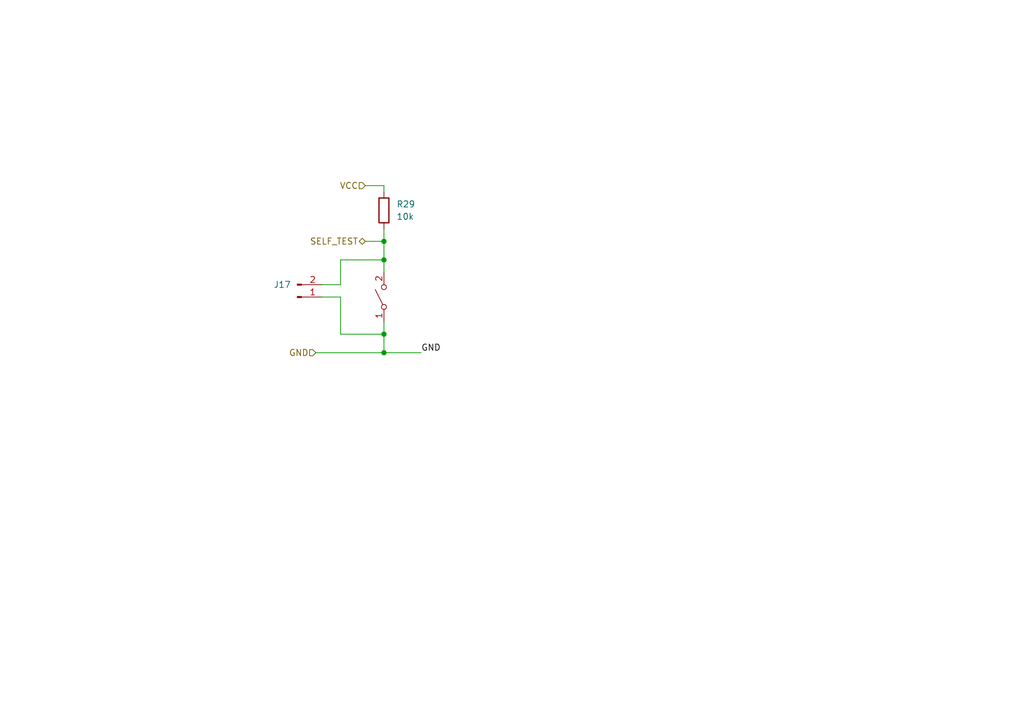
<source format=kicad_sch>
(kicad_sch (version 20231120) (generator "eeschema") (generator_version "8.0")
  (paper "A5")
  (title_block (title "User button") (date "2024-11-03") (rev "1.0"))
  (lib_symbols
    (symbol "Connector:Conn_01x02_Pin" (pin_names (offset 1.016) hide)
      (property "Reference" "J" (at 0 2.54 0))
      (property "Value" "Conn_01x02_Pin" (at 0 -5.08 0))
      (symbol "Conn_01x02_Pin_1_1"
        (polyline (pts (xy 1.27 -2.54) (xy 0.8636 -2.54)) (stroke (width 0.1524)))
        (polyline (pts (xy 1.27 0) (xy 0.8636 0)) (stroke (width 0.1524)))
        (rectangle (start 0.8636 -2.413) (end 0 -2.667) (stroke (width 0.1524)) (fill (type outline)))
        (rectangle (start 0.8636 0.127) (end 0 -0.127) (stroke (width 0.1524)) (fill (type outline)))
        (pin passive line (at 5.08 0 180) (length 3.81) (name "Pin_1") (number "1"))
        (pin passive line (at 5.08 -2.54 180) (length 3.81) (name "Pin_2") (number "2"))
      )
    )
    (symbol "Device:R" (pin_numbers hide) (pin_names (offset 0))
      (property "Reference" "R" (at 2.032 0 90))
      (property "Value" "R" (at 0 0 90))
      (symbol "R_0_1"
        (rectangle (start -1.016 -2.54) (end 1.016 2.54) (stroke (width 0.254)))
      )
      (symbol "R_1_1"
        (pin passive line (at 0 3.81 270) (length 1.27) (name "~") (number "1"))
        (pin passive line (at 0 -3.81 90) (length 1.27) (name "~") (number "2"))
      )
    )
    (symbol "Switch:SW_DPST_x2" (pin_names (offset 0) hide)
      (property "Reference" "SW" (at 0 3.175 0))
      (property "Value" "SW_DPST_x2" (at 0 -2.54 0))
      (symbol "SW_DPST_x2_0_0"
        (circle (center -2.032 0) (radius 0.508))
        (polyline (pts (xy -1.524 0.254) (xy 1.524 1.778)))
        (circle (center 2.032 0) (radius 0.508))
      )
      (symbol "SW_DPST_x2_1_1"
        (pin passive line (at -5.08 0 0) (length 2.54) (name "A") (number "1"))
        (pin passive line (at 5.08 0 180) (length 2.54) (name "B") (number "2"))
      )
      (symbol "SW_DPST_x2_2_1"
        (pin passive line (at -5.08 0 0) (length 2.54) (name "A") (number "3"))
        (pin passive line (at 5.08 0 180) (length 2.54) (name "B") (number "4"))
      )
    )
  )
  (junction (at 78.74 72.39))
  (junction (at 78.74 53.34))
  (junction (at 78.74 49.53))
  (junction (at 78.74 68.58))
  (wire (pts (xy 69.85 68.58) (xy 78.74 68.58)))
  (wire (pts (xy 66.04 60.96) (xy 69.85 60.96)))
  (wire (pts (xy 69.85 60.96) (xy 69.85 68.58)))
  (wire (pts (xy 69.85 58.42) (xy 69.85 53.34)))
  (wire (pts (xy 78.74 39.37) (xy 78.74 38.1)))
  (wire (pts (xy 78.74 46.99) (xy 78.74 49.53)))
  (wire (pts (xy 78.74 66.04) (xy 78.74 68.58)))
  (wire (pts (xy 69.85 53.34) (xy 78.74 53.34)))
  (wire (pts (xy 78.74 72.39) (xy 86.36 72.39)))
  (wire (pts (xy 64.77 72.39) (xy 78.74 72.39)))
  (wire (pts (xy 78.74 49.53) (xy 74.93 49.53)))
  (wire (pts (xy 74.93 38.1) (xy 78.74 38.1)))
  (wire (pts (xy 78.74 53.34) (xy 78.74 55.88)))
  (wire (pts (xy 66.04 58.42) (xy 69.85 58.42)))
  (wire (pts (xy 78.74 49.53) (xy 78.74 53.34)))
  (wire (pts (xy 78.74 68.58) (xy 78.74 72.39)))
  (label "GND" (at 86.36 72.39 0))
  (hierarchical_label "SELF_TEST" (shape bidirectional) (at 74.93 49.53 180))
  (hierarchical_label "GND" (shape input) (at 64.77 72.39 180))
  (hierarchical_label "VCC" (shape input) (at 74.93 38.1 180))
  (symbol (lib_id "Switch:SW_DPST_x2") (at 78.74 60.96 90) (unit 1)
    (property "Reference" "SW2" (effects (hide yes)))
    (property "Value" "PB_SMD_12V_50MA_6MM_6MM" (effects (hide yes)))
    (property "Footprint" "Button_Switch_SMD:SW_Push_1P1T_NO_CK_KSC7xxJ" (effects (hide yes)))
    (property "Description" "Single Pole Single Throw (SPST) switch, separate symbol" (effects (hide yes)))
  )
  (symbol (lib_id "Device:R") (at 78.74 43.18 0) (unit 1)
    (property "Reference" "R29" (at 81.28 41.91 0) (effects (justify left)))
    (property "Value" "10k" (at 81.28 44.45 0) (effects (justify left)))
    (property "Footprint" "Resistor_SMD:R_0603_1608Metric" (effects (hide yes)))
  )
  (symbol (lib_id "Connector:Conn_01x02_Pin") (at 60.96 60.96 0) (mirror x) (unit 1)
    (property "Reference" "J17" (at 59.69 58.4199 0) (effects (justify right)))
    (property "Value" "KF128-2.54_2P" (effects (hide yes)))
    (property "Footprint" "TerminalBlock_Phoenix:TerminalBlock_Phoenix_MPT-0,5-2-2.54_1x02_P2.54mm_Horizontal" (effects (hide yes)))
  )
)
</source>
